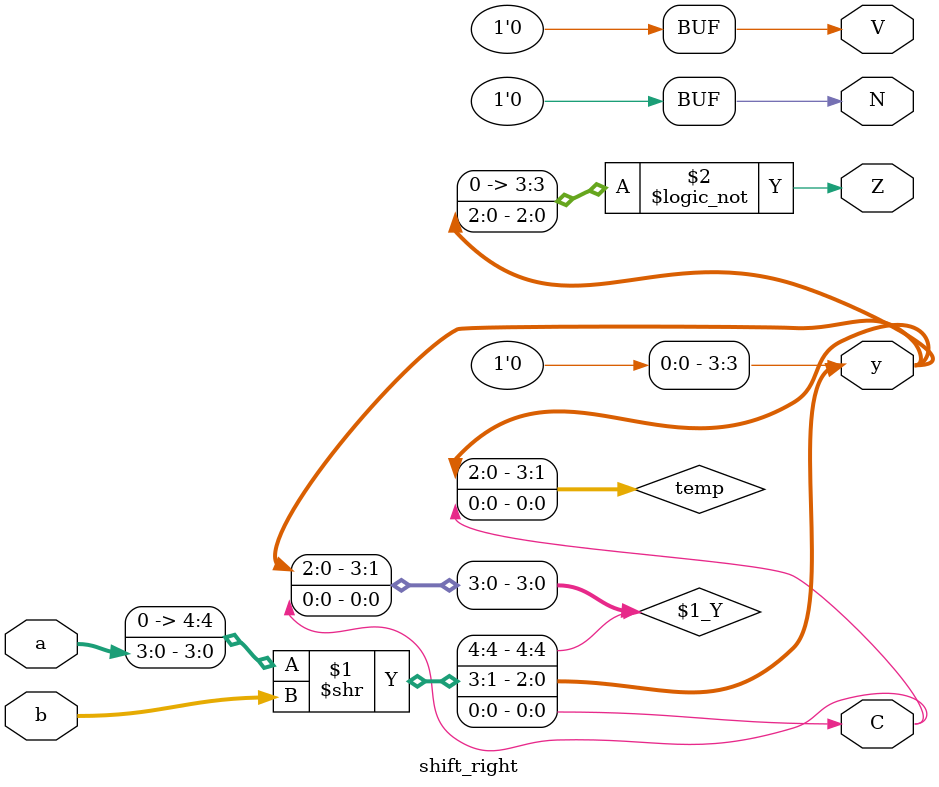
<source format=sv>
module shift_right
	#(parameter width = 4)(
	input logic [width-1:0]a,
	input logic [width-1:0]b,    //desplazamiento
	output logic [width-1:0]y,
	output logic N,
   output logic Z,
   output logic C,
   output logic V
);				
	logic [width-1:0] temp;
	
	assign temp = {1'b0, a} >> b;
	
	assign y = temp[width-1:1];
	
   assign N    = y[3];                // MSB
   assign Z    = (y == 4'd0);         // Si todos son 0
	assign C    = temp[0];             // último bit que salió a la izquierda
   assign V    = 1'b0;                // no tiene 
	
	
	
endmodule
</source>
